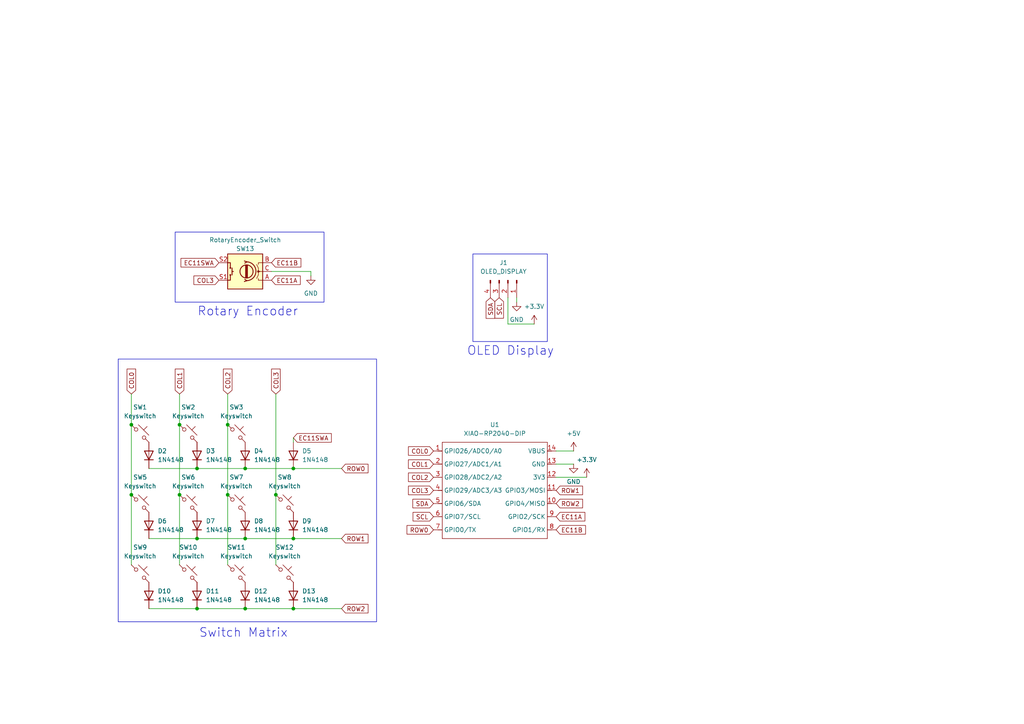
<source format=kicad_sch>
(kicad_sch (version 20250114) (generator "eeschema") (generator_version "9.0")
  (paper "A4")
  (lib_symbols
    (symbol "Connector:Conn_01x04_Pin" (pin_names (offset 1.016) (hide yes))
      (property "Reference" "J" (at 0 5.08 0))
      (property "Value" "Conn_01x04_Pin" (at 0 -7.62 0))
      (symbol "Conn_01x04_Pin_1_1"
        (rectangle (start 0.8636 2.667) (end 0 2.413) (stroke (width 0.1524)) (fill (type outline)))
        (rectangle (start 0.8636 0.127) (end 0 -0.127) (stroke (width 0.1524)) (fill (type outline)))
        (rectangle (start 0.8636 -2.413) (end 0 -2.667) (stroke (width 0.1524)) (fill (type outline)))
        (rectangle (start 0.8636 -4.953) (end 0 -5.207) (stroke (width 0.1524)) (fill (type outline)))
        (polyline (pts (xy 1.27 2.54) (xy 0.8636 2.54)) (stroke (width 0.1524)))
        (polyline (pts (xy 1.27 0) (xy 0.8636 0)) (stroke (width 0.1524)))
        (polyline (pts (xy 1.27 -2.54) (xy 0.8636 -2.54)) (stroke (width 0.1524)))
        (polyline (pts (xy 1.27 -5.08) (xy 0.8636 -5.08)) (stroke (width 0.1524)))
        (pin passive line (at 5.08 2.54 180) (length 3.81) (name "Pin_1") (number "1"))
        (pin passive line (at 5.08 0 180) (length 3.81) (name "Pin_2") (number "2"))
        (pin passive line (at 5.08 -2.54 180) (length 3.81) (name "Pin_3") (number "3"))
        (pin passive line (at 5.08 -5.08 180) (length 3.81) (name "Pin_4") (number "4"))
      )
    )
    (symbol "Device:RotaryEncoder_Switch" (pin_names (offset 0.254) (hide yes))
      (property "Reference" "SW" (at 0 6.604 0))
      (property "Value" "RotaryEncoder_Switch" (at 0 -6.604 0))
      (symbol "RotaryEncoder_Switch_0_1"
        (rectangle (start -5.08 5.08) (end 5.08 -5.08) (stroke (width 0.254)) (fill (type background)))
        (polyline (pts (xy -5.08 2.54) (xy -3.81 2.54) (xy -3.81 2.032)))
        (polyline (pts (xy -5.08 0) (xy -3.81 0) (xy -3.81 -1.016) (xy -3.302 -2.032)))
        (polyline (pts (xy -5.08 -2.54) (xy -3.81 -2.54) (xy -3.81 -2.032)))
        (polyline (pts (xy -4.318 0) (xy -3.81 0) (xy -3.81 1.016) (xy -3.302 2.032)))
        (circle (center -3.81 0) (radius 0.254) (fill (type outline)))
        (polyline (pts (xy -0.635 -1.778) (xy -0.635 1.778)) (stroke (width 0.254)))
        (circle (center -0.381 0) (radius 1.905) (stroke (width 0.254)))
        (polyline (pts (xy -0.381 -1.778) (xy -0.381 1.778)) (stroke (width 0.254)))
        (arc (start -0.381 -2.794) (mid -3.0988 -0.0635) (end -0.381 2.667) (stroke (width 0.254)))
        (polyline (pts (xy -0.127 1.778) (xy -0.127 -1.778)) (stroke (width 0.254)))
        (polyline (pts (xy 0.254 2.921) (xy -0.508 2.667) (xy 0.127 2.286)) (stroke (width 0.254)))
        (polyline (pts (xy 0.254 -3.048) (xy -0.508 -2.794) (xy 0.127 -2.413)) (stroke (width 0.254)))
        (polyline (pts (xy 3.81 1.016) (xy 3.81 -1.016)) (stroke (width 0.254)))
        (polyline (pts (xy 3.81 0) (xy 3.429 0)) (stroke (width 0.254)))
        (circle (center 4.318 1.016) (radius 0.127) (stroke (width 0.254)))
        (circle (center 4.318 -1.016) (radius 0.127) (stroke (width 0.254)))
        (polyline (pts (xy 5.08 2.54) (xy 4.318 2.54) (xy 4.318 1.016)) (stroke (width 0.254)))
        (polyline (pts (xy 5.08 -2.54) (xy 4.318 -2.54) (xy 4.318 -1.016)) (stroke (width 0.254)))
      )
      (symbol "RotaryEncoder_Switch_1_1"
        (pin passive line (at -7.62 2.54 0) (length 2.54) (name "A") (number "A"))
        (pin passive line (at -7.62 0 0) (length 2.54) (name "C") (number "C"))
        (pin passive line (at -7.62 -2.54 0) (length 2.54) (name "B") (number "B"))
        (pin passive line (at 7.62 2.54 180) (length 2.54) (name "S1") (number "S1"))
        (pin passive line (at 7.62 -2.54 180) (length 2.54) (name "S2") (number "S2"))
      )
    )
    (symbol "Diode:1N4148" (pin_numbers (hide yes)) (pin_names (hide yes))
      (property "Reference" "D" (at 0 2.54 0))
      (property "Value" "1N4148" (at 0 -2.54 0))
      (symbol "1N4148_0_1"
        (polyline (pts (xy -1.27 1.27) (xy -1.27 -1.27)) (stroke (width 0.254)))
        (polyline (pts (xy 1.27 1.27) (xy 1.27 -1.27) (xy -1.27 0) (xy 1.27 1.27)) (stroke (width 0.254)))
        (polyline (pts (xy 1.27 0) (xy -1.27 0)))
      )
      (symbol "1N4148_1_1"
        (pin passive line (at -3.81 0 0) (length 2.54) (name "K") (number "1"))
        (pin passive line (at 3.81 0 180) (length 2.54) (name "A") (number "2"))
      )
    )
    (symbol "OPL:XIAO-RP2040-DIP"
      (property "Reference" "U" (at 0 0 0))
      (property "Value" "XIAO-RP2040-DIP" (at 5.334 -1.778 0))
      (symbol "XIAO-RP2040-DIP_1_0"
        (polyline (pts (xy -1.27 -2.54) (xy 29.21 -2.54)) (stroke (width 0.1524)))
        (polyline (pts (xy -1.27 -5.08) (xy -2.54 -5.08)) (stroke (width 0.1524)))
        (polyline (pts (xy -1.27 -5.08) (xy -1.27 -2.54)) (stroke (width 0.1524)))
        (polyline (pts (xy -1.27 -8.89) (xy -2.54 -8.89)) (stroke (width 0.1524)))
        (polyline (pts (xy -1.27 -8.89) (xy -1.27 -5.08)) (stroke (width 0.1524)))
        (polyline (pts (xy -1.27 -12.7) (xy -2.54 -12.7)) (stroke (width 0.1524)))
        (polyline (pts (xy -1.27 -12.7) (xy -1.27 -8.89)) (stroke (width 0.1524)))
        (polyline (pts (xy -1.27 -16.51) (xy -2.54 -16.51)) (stroke (width 0.1524)))
        (polyline (pts (xy -1.27 -16.51) (xy -1.27 -12.7)) (stroke (width 0.1524)))
        (polyline (pts (xy -1.27 -20.32) (xy -2.54 -20.32)) (stroke (width 0.1524)))
        (polyline (pts (xy -1.27 -24.13) (xy -2.54 -24.13)) (stroke (width 0.1524)))
        (polyline (pts (xy -1.27 -27.94) (xy -2.54 -27.94)) (stroke (width 0.1524)))
        (polyline (pts (xy -1.27 -30.48) (xy -1.27 -16.51)) (stroke (width 0.1524)))
        (polyline (pts (xy 29.21 -2.54) (xy 29.21 -5.08)) (stroke (width 0.1524)))
        (polyline (pts (xy 29.21 -5.08) (xy 29.21 -8.89)) (stroke (width 0.1524)))
        (polyline (pts (xy 29.21 -8.89) (xy 29.21 -12.7)) (stroke (width 0.1524)))
        (polyline (pts (xy 29.21 -12.7) (xy 29.21 -30.48)) (stroke (width 0.1524)))
        (polyline (pts (xy 29.21 -30.48) (xy -1.27 -30.48)) (stroke (width 0.1524)))
        (polyline (pts (xy 30.48 -5.08) (xy 29.21 -5.08)) (stroke (width 0.1524)))
        (polyline (pts (xy 30.48 -8.89) (xy 29.21 -8.89)) (stroke (width 0.1524)))
        (polyline (pts (xy 30.48 -12.7) (xy 29.21 -12.7)) (stroke (width 0.1524)))
        (polyline (pts (xy 30.48 -16.51) (xy 29.21 -16.51)) (stroke (width 0.1524)))
        (polyline (pts (xy 30.48 -20.32) (xy 29.21 -20.32)) (stroke (width 0.1524)))
        (polyline (pts (xy 30.48 -24.13) (xy 29.21 -24.13)) (stroke (width 0.1524)))
        (polyline (pts (xy 30.48 -27.94) (xy 29.21 -27.94)) (stroke (width 0.1524)))
        (pin passive line (at -3.81 -5.08 0) (length 2.54) (name "GPIO26/ADC0/A0") (number "1"))
        (pin passive line (at -3.81 -8.89 0) (length 2.54) (name "GPIO27/ADC1/A1") (number "2"))
        (pin passive line (at -3.81 -12.7 0) (length 2.54) (name "GPIO28/ADC2/A2") (number "3"))
        (pin passive line (at -3.81 -16.51 0) (length 2.54) (name "GPIO29/ADC3/A3") (number "4"))
        (pin passive line (at -3.81 -20.32 0) (length 2.54) (name "GPIO6/SDA") (number "5"))
        (pin passive line (at -3.81 -24.13 0) (length 2.54) (name "GPIO7/SCL") (number "6"))
        (pin passive line (at -3.81 -27.94 0) (length 2.54) (name "GPIO0/TX") (number "7"))
        (pin passive line (at 31.75 -5.08 180) (length 2.54) (name "VBUS") (number "14"))
        (pin passive line (at 31.75 -8.89 180) (length 2.54) (name "GND") (number "13"))
        (pin passive line (at 31.75 -12.7 180) (length 2.54) (name "3V3") (number "12"))
        (pin passive line (at 31.75 -16.51 180) (length 2.54) (name "GPIO3/MOSI") (number "11"))
        (pin passive line (at 31.75 -20.32 180) (length 2.54) (name "GPIO4/MISO") (number "10"))
        (pin passive line (at 31.75 -24.13 180) (length 2.54) (name "GPIO2/SCK") (number "9"))
        (pin passive line (at 31.75 -27.94 180) (length 2.54) (name "GPIO1/RX") (number "8"))
      )
    )
    (symbol "Switch:SW_Push_45deg" (pin_numbers (hide yes)) (pin_names (offset 1.016) (hide yes))
      (property "Reference" "SW" (at 3.048 1.016 0))
      (property "Value" "SW_Push_45deg" (at 0 -3.81 0))
      (symbol "SW_Push_45deg_0_1"
        (polyline (pts (xy -2.54 2.54) (xy -1.524 1.524) (xy -1.524 1.524)))
        (circle (center -1.1684 1.1684) (radius 0.508))
        (polyline (pts (xy -0.508 2.54) (xy 2.54 -0.508)))
        (polyline (pts (xy 1.016 1.016) (xy 2.032 2.032)))
        (circle (center 1.143 -1.1938) (radius 0.508))
        (polyline (pts (xy 1.524 -1.524) (xy 2.54 -2.54) (xy 2.54 -2.54) (xy 2.54 -2.54)))
        (pin passive line (at -2.54 2.54 0) (length 0) (name "1") (number "1"))
        (pin passive line (at 2.54 -2.54 180) (length 0) (name "2") (number "2"))
      )
    )
    (symbol "power:+3.3V" (power) (pin_numbers (hide yes)) (pin_names (offset 0) (hide yes))
      (property "Value" "+3.3V" (at 0 3.556 0))
      (symbol "+3.3V_0_1"
        (polyline (pts (xy -0.762 1.27) (xy 0 2.54)))
        (polyline (pts (xy 0 2.54) (xy 0.762 1.27)))
        (polyline (pts (xy 0 0) (xy 0 2.54)))
      )
      (symbol "+3.3V_1_1"
        (pin power_in line (at 0 0 90) (length 0) (name "~") (number "1"))
      )
    )
    (symbol "power:+5V" (power) (pin_numbers (hide yes)) (pin_names (offset 0) (hide yes))
      (property "Value" "+5V" (at 0 3.556 0))
      (symbol "+5V_0_1"
        (polyline (pts (xy -0.762 1.27) (xy 0 2.54)))
        (polyline (pts (xy 0 2.54) (xy 0.762 1.27)))
        (polyline (pts (xy 0 0) (xy 0 2.54)))
      )
      (symbol "+5V_1_1"
        (pin power_in line (at 0 0 90) (length 0) (name "~") (number "1"))
      )
    )
    (symbol "power:GND" (power) (pin_numbers (hide yes)) (pin_names (offset 0) (hide yes))
      (property "Value" "GND" (at 0 -3.81 0))
      (symbol "GND_0_1"
        (polyline (pts (xy 0 0) (xy 0 -1.27) (xy 1.27 -1.27) (xy 0 -2.54) (xy -1.27 -1.27) (xy 0 -1.27)))
      )
      (symbol "GND_1_1"
        (pin power_in line (at 0 0 270) (length 0) (name "~") (number "1"))
      )
    )
  )
  (rectangle (start 34.29 104.14) (end 109.22 180.34))
  (rectangle (start 50.8 67.31) (end 93.98 87.63))
  (rectangle (start 137.16 73.66) (end 158.75 99.06))
  (text "Rotary Encoder\n" (at 71.882 90.424 0) (effects (font (size 2.54 2.54))))
  (text "OLED Display" (at 148.082 101.854 0) (effects (font (size 2.54 2.54))))
  (text "Switch Matrix\n" (at 70.612 183.642 0) (effects (font (size 2.54 2.54))))
  (junction (at 71.12 135.89))
  (junction (at 66.04 123.19))
  (junction (at 57.15 176.53))
  (junction (at 57.15 135.89))
  (junction (at 38.1 143.51))
  (junction (at 85.09 176.53))
  (junction (at 71.12 156.21))
  (junction (at 66.04 143.51))
  (junction (at 85.09 156.21))
  (junction (at 80.01 143.51))
  (junction (at 85.09 135.89))
  (junction (at 52.07 123.19))
  (junction (at 71.12 176.53))
  (junction (at 57.15 156.21))
  (junction (at 38.1 123.19))
  (junction (at 52.07 143.51))
  (wire (pts (xy 80.01 114.3) (xy 80.01 143.51)))
  (wire (pts (xy 161.29 130.81) (xy 166.37 130.81)))
  (wire (pts (xy 57.15 176.53) (xy 71.12 176.53)))
  (wire (pts (xy 57.15 135.89) (xy 71.12 135.89)))
  (wire (pts (xy 52.07 143.51) (xy 52.07 163.83)))
  (wire (pts (xy 149.86 86.36) (xy 149.86 87.63)))
  (wire (pts (xy 85.09 127) (xy 85.09 128.27)))
  (wire (pts (xy 38.1 123.19) (xy 38.1 143.51)))
  (wire (pts (xy 85.09 156.21) (xy 99.06 156.21)))
  (wire (pts (xy 66.04 114.3) (xy 66.04 123.19)))
  (wire (pts (xy 85.09 135.89) (xy 99.06 135.89)))
  (wire (pts (xy 71.12 135.89) (xy 85.09 135.89)))
  (wire (pts (xy 85.09 176.53) (xy 99.06 176.53)))
  (wire (pts (xy 52.07 114.3) (xy 52.07 123.19)))
  (wire (pts (xy 90.17 78.74) (xy 90.17 80.01)))
  (wire (pts (xy 38.1 143.51) (xy 38.1 163.83)))
  (wire (pts (xy 38.1 114.3) (xy 38.1 123.19)))
  (wire (pts (xy 52.07 123.19) (xy 52.07 143.51)))
  (wire (pts (xy 161.29 138.43) (xy 170.18 138.43)))
  (wire (pts (xy 80.01 143.51) (xy 80.01 163.83)))
  (wire (pts (xy 78.74 78.74) (xy 90.17 78.74)))
  (wire (pts (xy 161.29 134.62) (xy 166.37 134.62)))
  (wire (pts (xy 43.18 176.53) (xy 57.15 176.53)))
  (wire (pts (xy 43.18 156.21) (xy 57.15 156.21)))
  (wire (pts (xy 71.12 176.53) (xy 85.09 176.53)))
  (wire (pts (xy 147.32 86.36) (xy 147.32 93.98)))
  (wire (pts (xy 57.15 156.21) (xy 71.12 156.21)))
  (wire (pts (xy 43.18 135.89) (xy 57.15 135.89)))
  (wire (pts (xy 71.12 156.21) (xy 85.09 156.21)))
  (wire (pts (xy 147.32 93.98) (xy 154.94 93.98)))
  (wire (pts (xy 66.04 143.51) (xy 66.04 163.83)))
  (wire (pts (xy 66.04 123.19) (xy 66.04 143.51)))
  (global_label "COL3" (shape input) (at 80.01 114.3 90) (property "Intersheetrefs" "${INTERSHEET_REFS}" (effects (hide yes))))
  (global_label "ROW0" (shape input) (at 99.06 135.89 0) (property "Intersheetrefs" "${INTERSHEET_REFS}" (effects (hide yes))))
  (global_label "COL1" (shape input) (at 52.07 114.3 90) (property "Intersheetrefs" "${INTERSHEET_REFS}" (effects (hide yes))))
  (global_label "EC11SWA" (shape input) (at 85.09 127 0) (property "Intersheetrefs" "${INTERSHEET_REFS}" (effects (hide yes))))
  (global_label "ROW2" (shape input) (at 161.29 146.05 0) (property "Intersheetrefs" "${INTERSHEET_REFS}" (effects (hide yes))))
  (global_label "COL1" (shape input) (at 125.73 134.62 180) (property "Intersheetrefs" "${INTERSHEET_REFS}" (effects (hide yes))))
  (global_label "COL3" (shape input) (at 63.5 81.28 180) (property "Intersheetrefs" "${INTERSHEET_REFS}" (effects (hide yes))))
  (global_label "EC11B" (shape input) (at 161.29 153.67 0) (property "Intersheetrefs" "${INTERSHEET_REFS}" (effects (hide yes))))
  (global_label "ROW1" (shape input) (at 99.06 156.21 0) (property "Intersheetrefs" "${INTERSHEET_REFS}" (effects (hide yes))))
  (global_label "EC11B" (shape input) (at 78.74 76.2 0) (property "Intersheetrefs" "${INTERSHEET_REFS}" (effects (hide yes))))
  (global_label "COL0" (shape input) (at 125.73 130.81 180) (property "Intersheetrefs" "${INTERSHEET_REFS}" (effects (hide yes))))
  (global_label "ROW0" (shape input) (at 125.73 153.67 180) (property "Intersheetrefs" "${INTERSHEET_REFS}" (effects (hide yes))))
  (global_label "EC11A" (shape input) (at 78.74 81.28 0) (property "Intersheetrefs" "${INTERSHEET_REFS}" (effects (hide yes))))
  (global_label "SCL" (shape input) (at 125.73 149.86 180) (property "Intersheetrefs" "${INTERSHEET_REFS}" (effects (hide yes))))
  (global_label "SCL" (shape input) (at 144.78 86.36 270) (property "Intersheetrefs" "${INTERSHEET_REFS}" (effects (hide yes))))
  (global_label "COL3" (shape input) (at 125.73 142.24 180) (property "Intersheetrefs" "${INTERSHEET_REFS}" (effects (hide yes))))
  (global_label "ROW1" (shape input) (at 161.29 142.24 0) (property "Intersheetrefs" "${INTERSHEET_REFS}" (effects (hide yes))))
  (global_label "ROW2" (shape input) (at 99.06 176.53 0) (property "Intersheetrefs" "${INTERSHEET_REFS}" (effects (hide yes))))
  (global_label "EC11SWA" (shape input) (at 63.5 76.2 180) (property "Intersheetrefs" "${INTERSHEET_REFS}" (effects (hide yes))))
  (global_label "SDA" (shape input) (at 125.73 146.05 180) (property "Intersheetrefs" "${INTERSHEET_REFS}" (effects (hide yes))))
  (global_label "COL2" (shape input) (at 125.73 138.43 180) (property "Intersheetrefs" "${INTERSHEET_REFS}" (effects (hide yes))))
  (global_label "EC11A" (shape input) (at 161.29 149.86 0) (property "Intersheetrefs" "${INTERSHEET_REFS}" (effects (hide yes))))
  (global_label "SDA" (shape input) (at 142.24 86.36 270) (property "Intersheetrefs" "${INTERSHEET_REFS}" (effects (hide yes))))
  (global_label "COL2" (shape input) (at 66.04 114.3 90) (property "Intersheetrefs" "${INTERSHEET_REFS}" (effects (hide yes))))
  (global_label "COL0" (shape input) (at 38.1 114.3 90) (property "Intersheetrefs" "${INTERSHEET_REFS}" (effects (hide yes))))
  (symbol (lib_id "Switch:SW_Push_45deg") (at 68.58 146.05 0) (unit 1)
    (property "Reference" "SW7" (at 68.58 138.43 0))
    (property "Value" "Keyswitch" (at 68.58 140.97 0))
    (property "Footprint" "Button_Switch_Keyboard:SW_Cherry_MX_1.00u_PCB" (effects (hide yes)))
    (property "Description" "Push button switch, normally open, two pins, 45° tilted" (effects (hide yes)))
  )
  (symbol (lib_id "Switch:SW_Push_45deg") (at 68.58 125.73 0) (unit 1)
    (property "Reference" "SW3" (at 68.58 118.11 0))
    (property "Value" "Keyswitch" (at 68.58 120.65 0))
    (property "Footprint" "Button_Switch_Keyboard:SW_Cherry_MX_1.00u_PCB" (effects (hide yes)))
    (property "Description" "Push button switch, normally open, two pins, 45° tilted" (effects (hide yes)))
  )
  (symbol (lib_id "Diode:1N4148") (at 85.09 152.4 90) (unit 1)
    (property "Reference" "D9" (at 87.63 151.1299 90) (effects (justify right)))
    (property "Value" "1N4148" (at 87.63 153.6699 90) (effects (justify right)))
    (property "Footprint" "Diode_THT:D_DO-35_SOD27_P7.62mm_Horizontal" (effects (hide yes)))
    (property "Datasheet" "https://assets.nexperia.com/documents/data-sheet/1N4148_1N4448.pdf" (effects (hide yes)))
    (property "Description" "100V 0.15A standard switching diode, DO-35" (effects (hide yes)))
    (property "Sim.Device" "D" (effects (hide yes)))
    (property "Sim.Pins" "1=K 2=A" (effects (hide yes)))
  )
  (symbol (lib_id "Switch:SW_Push_45deg") (at 54.61 125.73 0) (unit 1)
    (property "Reference" "SW2" (at 54.61 118.11 0))
    (property "Value" "Keyswitch" (at 54.61 120.65 0))
    (property "Footprint" "Button_Switch_Keyboard:SW_Cherry_MX_1.00u_PCB" (effects (hide yes)))
    (property "Description" "Push button switch, normally open, two pins, 45° tilted" (effects (hide yes)))
  )
  (symbol (lib_id "Switch:SW_Push_45deg") (at 54.61 146.05 0) (unit 1)
    (property "Reference" "SW6" (at 54.61 138.43 0))
    (property "Value" "Keyswitch" (at 54.61 140.97 0))
    (property "Footprint" "Button_Switch_Keyboard:SW_Cherry_MX_1.00u_PCB" (effects (hide yes)))
    (property "Description" "Push button switch, normally open, two pins, 45° tilted" (effects (hide yes)))
  )
  (symbol (lib_id "Switch:SW_Push_45deg") (at 82.55 166.37 0) (unit 1)
    (property "Reference" "SW12" (at 82.55 158.75 0))
    (property "Value" "Keyswitch" (at 82.55 161.29 0))
    (property "Footprint" "Button_Switch_Keyboard:SW_Cherry_MX_1.00u_PCB" (effects (hide yes)))
    (property "Description" "Push button switch, normally open, two pins, 45° tilted" (effects (hide yes)))
  )
  (symbol (lib_id "power:+5V") (at 166.37 130.81 0) (unit 1)
    (property "Reference" "#PWR01" (effects (hide yes)))
    (property "Value" "+5V" (at 166.37 125.73 0))
    (property "Description" "Power symbol creates a global label with name \"+5V\"" (effects (hide yes)))
  )
  (symbol (lib_id "OPL:XIAO-RP2040-DIP") (at 129.54 125.73 0) (unit 1)
    (property "Reference" "U1" (at 143.51 123.19 0))
    (property "Value" "XIAO-RP2040-DIP" (at 143.51 125.73 0))
    (property "Footprint" "OPL:XIAO-RP2040-DIP" (effects (hide yes)))
  )
  (symbol (lib_id "Switch:SW_Push_45deg") (at 40.64 146.05 0) (unit 1)
    (property "Reference" "SW5" (at 40.64 138.43 0))
    (property "Value" "Keyswitch" (at 40.64 140.97 0))
    (property "Footprint" "Button_Switch_Keyboard:SW_Cherry_MX_1.00u_PCB" (effects (hide yes)))
    (property "Description" "Push button switch, normally open, two pins, 45° tilted" (effects (hide yes)))
  )
  (symbol (lib_id "Diode:1N4148") (at 43.18 132.08 90) (unit 1)
    (property "Reference" "D2" (at 45.72 130.8099 90) (effects (justify right)))
    (property "Value" "1N4148" (at 45.72 133.3499 90) (effects (justify right)))
    (property "Footprint" "Diode_THT:D_DO-35_SOD27_P7.62mm_Horizontal" (effects (hide yes)))
    (property "Datasheet" "https://assets.nexperia.com/documents/data-sheet/1N4148_1N4448.pdf" (effects (hide yes)))
    (property "Description" "100V 0.15A standard switching diode, DO-35" (effects (hide yes)))
    (property "Sim.Device" "D" (effects (hide yes)))
    (property "Sim.Pins" "1=K 2=A" (effects (hide yes)))
  )
  (symbol (lib_id "power:+3.3V") (at 170.18 138.43 0) (unit 1)
    (property "Reference" "#PWR05" (effects (hide yes)))
    (property "Value" "+3.3V" (at 170.18 133.35 0))
    (property "Description" "Power symbol creates a global label with name \"+3.3V\"" (effects (hide yes)))
  )
  (symbol (lib_id "Diode:1N4148") (at 71.12 152.4 90) (unit 1)
    (property "Reference" "D8" (at 73.66 151.1299 90) (effects (justify right)))
    (property "Value" "1N4148" (at 73.66 153.6699 90) (effects (justify right)))
    (property "Footprint" "Diode_THT:D_DO-35_SOD27_P7.62mm_Horizontal" (effects (hide yes)))
    (property "Datasheet" "https://assets.nexperia.com/documents/data-sheet/1N4148_1N4448.pdf" (effects (hide yes)))
    (property "Description" "100V 0.15A standard switching diode, DO-35" (effects (hide yes)))
    (property "Sim.Device" "D" (effects (hide yes)))
    (property "Sim.Pins" "1=K 2=A" (effects (hide yes)))
  )
  (symbol (lib_id "Switch:SW_Push_45deg") (at 68.58 166.37 0) (unit 1)
    (property "Reference" "SW11" (at 68.58 158.75 0))
    (property "Value" "Keyswitch" (at 68.58 161.29 0))
    (property "Footprint" "Button_Switch_Keyboard:SW_Cherry_MX_1.00u_PCB" (effects (hide yes)))
    (property "Description" "Push button switch, normally open, two pins, 45° tilted" (effects (hide yes)))
  )
  (symbol (lib_id "power:GND") (at 90.17 80.01 0) (unit 1)
    (property "Reference" "#PWR03" (effects (hide yes)))
    (property "Value" "GND" (at 90.17 85.09 0))
    (property "Description" "Power symbol creates a global label with name \"GND\" , ground" (effects (hide yes)))
  )
  (symbol (lib_id "Diode:1N4148") (at 57.15 152.4 90) (unit 1)
    (property "Reference" "D7" (at 59.69 151.1299 90) (effects (justify right)))
    (property "Value" "1N4148" (at 59.69 153.6699 90) (effects (justify right)))
    (property "Footprint" "Diode_THT:D_DO-35_SOD27_P7.62mm_Horizontal" (effects (hide yes)))
    (property "Datasheet" "https://assets.nexperia.com/documents/data-sheet/1N4148_1N4448.pdf" (effects (hide yes)))
    (property "Description" "100V 0.15A standard switching diode, DO-35" (effects (hide yes)))
    (property "Sim.Device" "D" (effects (hide yes)))
    (property "Sim.Pins" "1=K 2=A" (effects (hide yes)))
  )
  (symbol (lib_id "Switch:SW_Push_45deg") (at 82.55 146.05 0) (unit 1)
    (property "Reference" "SW8" (at 82.55 138.43 0))
    (property "Value" "Keyswitch" (at 82.55 140.97 0))
    (property "Footprint" "Button_Switch_Keyboard:SW_Cherry_MX_1.00u_PCB" (effects (hide yes)))
    (property "Description" "Push button switch, normally open, two pins, 45° tilted" (effects (hide yes)))
  )
  (symbol (lib_id "Diode:1N4148") (at 85.09 132.08 90) (unit 1)
    (property "Reference" "D5" (at 87.63 130.8099 90) (effects (justify right)))
    (property "Value" "1N4148" (at 87.63 133.3499 90) (effects (justify right)))
    (property "Footprint" "Diode_THT:D_DO-35_SOD27_P7.62mm_Horizontal" (effects (hide yes)))
    (property "Datasheet" "https://assets.nexperia.com/documents/data-sheet/1N4148_1N4448.pdf" (effects (hide yes)))
    (property "Description" "100V 0.15A standard switching diode, DO-35" (effects (hide yes)))
    (property "Sim.Device" "D" (effects (hide yes)))
    (property "Sim.Pins" "1=K 2=A" (effects (hide yes)))
  )
  (symbol (lib_id "Switch:SW_Push_45deg") (at 54.61 166.37 0) (unit 1)
    (property "Reference" "SW10" (at 54.61 158.75 0))
    (property "Value" "Keyswitch" (at 54.61 161.29 0))
    (property "Footprint" "Button_Switch_Keyboard:SW_Cherry_MX_1.00u_PCB" (effects (hide yes)))
    (property "Description" "Push button switch, normally open, two pins, 45° tilted" (effects (hide yes)))
  )
  (symbol (lib_id "Switch:SW_Push_45deg") (at 40.64 166.37 0) (unit 1)
    (property "Reference" "SW9" (at 40.64 158.75 0))
    (property "Value" "Keyswitch" (at 40.64 161.29 0))
    (property "Footprint" "Button_Switch_Keyboard:SW_Cherry_MX_1.00u_PCB" (effects (hide yes)))
    (property "Description" "Push button switch, normally open, two pins, 45° tilted" (effects (hide yes)))
  )
  (symbol (lib_id "Switch:SW_Push_45deg") (at 40.64 125.73 0) (unit 1)
    (property "Reference" "SW1" (at 40.64 118.11 0))
    (property "Value" "Keyswitch" (at 40.64 120.65 0))
    (property "Footprint" "Button_Switch_Keyboard:SW_Cherry_MX_1.00u_PCB" (effects (hide yes)))
    (property "Description" "Push button switch, normally open, two pins, 45° tilted" (effects (hide yes)))
  )
  (symbol (lib_id "Diode:1N4148") (at 57.15 172.72 90) (unit 1)
    (property "Reference" "D11" (at 59.69 171.4499 90) (effects (justify right)))
    (property "Value" "1N4148" (at 59.69 173.9899 90) (effects (justify right)))
    (property "Footprint" "Diode_THT:D_DO-35_SOD27_P7.62mm_Horizontal" (effects (hide yes)))
    (property "Datasheet" "https://assets.nexperia.com/documents/data-sheet/1N4148_1N4448.pdf" (effects (hide yes)))
    (property "Description" "100V 0.15A standard switching diode, DO-35" (effects (hide yes)))
    (property "Sim.Device" "D" (effects (hide yes)))
    (property "Sim.Pins" "1=K 2=A" (effects (hide yes)))
  )
  (symbol (lib_id "Diode:1N4148") (at 43.18 152.4 90) (unit 1)
    (property "Reference" "D6" (at 45.72 151.1299 90) (effects (justify right)))
    (property "Value" "1N4148" (at 45.72 153.6699 90) (effects (justify right)))
    (property "Footprint" "Diode_THT:D_DO-35_SOD27_P7.62mm_Horizontal" (effects (hide yes)))
    (property "Datasheet" "https://assets.nexperia.com/documents/data-sheet/1N4148_1N4448.pdf" (effects (hide yes)))
    (property "Description" "100V 0.15A standard switching diode, DO-35" (effects (hide yes)))
    (property "Sim.Device" "D" (effects (hide yes)))
    (property "Sim.Pins" "1=K 2=A" (effects (hide yes)))
  )
  (symbol (lib_id "Diode:1N4148") (at 57.15 132.08 90) (unit 1)
    (property "Reference" "D3" (at 59.69 130.8099 90) (effects (justify right)))
    (property "Value" "1N4148" (at 59.69 133.3499 90) (effects (justify right)))
    (property "Footprint" "Diode_THT:D_DO-35_SOD27_P7.62mm_Horizontal" (effects (hide yes)))
    (property "Datasheet" "https://assets.nexperia.com/documents/data-sheet/1N4148_1N4448.pdf" (effects (hide yes)))
    (property "Description" "100V 0.15A standard switching diode, DO-35" (effects (hide yes)))
    (property "Sim.Device" "D" (effects (hide yes)))
    (property "Sim.Pins" "1=K 2=A" (effects (hide yes)))
  )
  (symbol (lib_id "power:+3.3V") (at 154.94 93.98 0) (unit 1)
    (property "Reference" "#PWR06" (effects (hide yes)))
    (property "Value" "+3.3V" (at 154.94 88.9 0))
    (property "Description" "Power symbol creates a global label with name \"+3.3V\"" (effects (hide yes)))
  )
  (symbol (lib_id "Diode:1N4148") (at 71.12 172.72 90) (unit 1)
    (property "Reference" "D12" (at 73.66 171.4499 90) (effects (justify right)))
    (property "Value" "1N4148" (at 73.66 173.9899 90) (effects (justify right)))
    (property "Footprint" "Diode_THT:D_DO-35_SOD27_P7.62mm_Horizontal" (effects (hide yes)))
    (property "Datasheet" "https://assets.nexperia.com/documents/data-sheet/1N4148_1N4448.pdf" (effects (hide yes)))
    (property "Description" "100V 0.15A standard switching diode, DO-35" (effects (hide yes)))
    (property "Sim.Device" "D" (effects (hide yes)))
    (property "Sim.Pins" "1=K 2=A" (effects (hide yes)))
  )
  (symbol (lib_id "Device:RotaryEncoder_Switch") (at 71.12 78.74 180) (unit 1)
    (property "Reference" "SW13" (at 71.12 72.136 0))
    (property "Value" "RotaryEncoder_Switch" (at 71.12 69.596 0))
    (property "Footprint" "Rotary_Encoder:RotaryEncoder_Alps_EC11E-Switch_Vertical_H20mm" (effects (hide yes)))
    (property "Description" "Rotary encoder, dual channel, incremental quadrate outputs, with switch" (effects (hide yes)))
  )
  (symbol (lib_id "Diode:1N4148") (at 85.09 172.72 90) (unit 1)
    (property "Reference" "D13" (at 87.63 171.4499 90) (effects (justify right)))
    (property "Value" "1N4148" (at 87.63 173.9899 90) (effects (justify right)))
    (property "Footprint" "Diode_THT:D_DO-35_SOD27_P7.62mm_Horizontal" (effects (hide yes)))
    (property "Datasheet" "https://assets.nexperia.com/documents/data-sheet/1N4148_1N4448.pdf" (effects (hide yes)))
    (property "Description" "100V 0.15A standard switching diode, DO-35" (effects (hide yes)))
    (property "Sim.Device" "D" (effects (hide yes)))
    (property "Sim.Pins" "1=K 2=A" (effects (hide yes)))
  )
  (symbol (lib_id "power:GND") (at 166.37 134.62 0) (unit 1)
    (property "Reference" "#PWR02" (effects (hide yes)))
    (property "Value" "GND" (at 166.37 139.7 0))
    (property "Description" "Power symbol creates a global label with name \"GND\" , ground" (effects (hide yes)))
  )
  (symbol (lib_id "power:GND") (at 149.86 87.63 0) (unit 1)
    (property "Reference" "#PWR04" (effects (hide yes)))
    (property "Value" "GND" (at 149.86 92.71 0))
    (property "Description" "Power symbol creates a global label with name \"GND\" , ground" (effects (hide yes)))
  )
  (symbol (lib_id "Diode:1N4148") (at 71.12 132.08 90) (unit 1)
    (property "Reference" "D4" (at 73.66 130.8099 90) (effects (justify right)))
    (property "Value" "1N4148" (at 73.66 133.3499 90) (effects (justify right)))
    (property "Footprint" "Diode_THT:D_DO-35_SOD27_P7.62mm_Horizontal" (effects (hide yes)))
    (property "Datasheet" "https://assets.nexperia.com/documents/data-sheet/1N4148_1N4448.pdf" (effects (hide yes)))
    (property "Description" "100V 0.15A standard switching diode, DO-35" (effects (hide yes)))
    (property "Sim.Device" "D" (effects (hide yes)))
    (property "Sim.Pins" "1=K 2=A" (effects (hide yes)))
  )
  (symbol (lib_id "Connector:Conn_01x04_Pin") (at 147.32 81.28 270) (unit 1)
    (property "Reference" "J1" (at 146.05 76.2 90))
    (property "Value" "OLED_DISPLAY" (at 146.05 78.74 90))
    (property "Footprint" "KiCad-SSD1306-0.91-OLED-4pin-128x32:SSD1306-0.91-OLED-4pin-128x32" (effects (hide yes)))
    (property "Description" "Generic connector, single row, 01x04, script generated" (effects (hide yes)))
  )
  (symbol (lib_id "Diode:1N4148") (at 43.18 172.72 90) (unit 1)
    (property "Reference" "D10" (at 45.72 171.4499 90) (effects (justify right)))
    (property "Value" "1N4148" (at 45.72 173.9899 90) (effects (justify right)))
    (property "Footprint" "Diode_THT:D_DO-35_SOD27_P7.62mm_Horizontal" (effects (hide yes)))
    (property "Datasheet" "https://assets.nexperia.com/documents/data-sheet/1N4148_1N4448.pdf" (effects (hide yes)))
    (property "Description" "100V 0.15A standard switching diode, DO-35" (effects (hide yes)))
    (property "Sim.Device" "D" (effects (hide yes)))
    (property "Sim.Pins" "1=K 2=A" (effects (hide yes)))
  )
)
</source>
